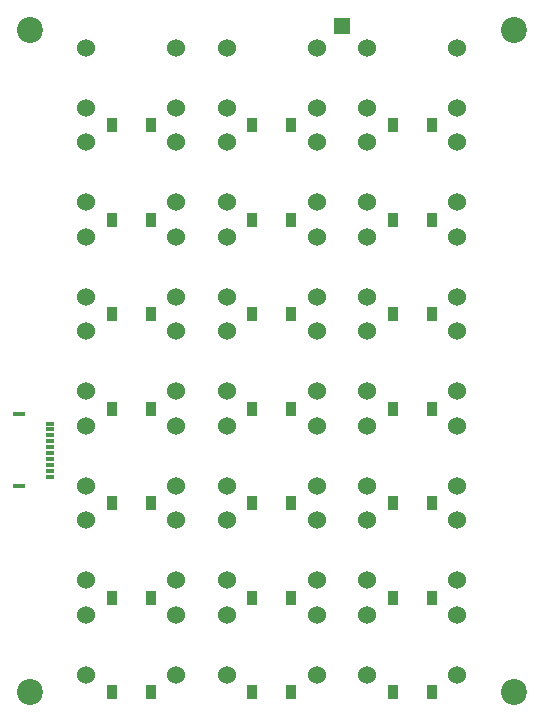
<source format=gbr>
%TF.GenerationSoftware,KiCad,Pcbnew,(6.0.4)*%
%TF.CreationDate,2022-10-14T21:25:15-05:00*%
%TF.ProjectId,KeyPad,4b657950-6164-42e6-9b69-6361645f7063,rev?*%
%TF.SameCoordinates,Original*%
%TF.FileFunction,Soldermask,Bot*%
%TF.FilePolarity,Negative*%
%FSLAX46Y46*%
G04 Gerber Fmt 4.6, Leading zero omitted, Abs format (unit mm)*
G04 Created by KiCad (PCBNEW (6.0.4)) date 2022-10-14 21:25:15*
%MOMM*%
%LPD*%
G01*
G04 APERTURE LIST*
%ADD10C,2.200000*%
%ADD11R,1.350000X1.350000*%
%ADD12C,1.524000*%
%ADD13R,0.900000X1.200000*%
%ADD14R,0.700000X0.300000*%
%ADD15R,1.000000X0.300000*%
G04 APERTURE END LIST*
D10*
%TO.C,REF\u002A\u002A*%
X134200000Y-123980000D03*
%TD*%
%TO.C,REF\u002A\u002A*%
X175200000Y-123980000D03*
%TD*%
%TO.C,REF\u002A\u002A*%
X175200000Y-67980000D03*
%TD*%
%TO.C,REF\u002A\u002A*%
X134200000Y-67980000D03*
%TD*%
D11*
%TO.C,REF\u002A\u002A*%
X160640000Y-67600000D03*
%TD*%
D12*
%TO.C,SW10*%
X150890000Y-90540000D03*
X158510000Y-90540000D03*
X158510000Y-85460000D03*
X150890000Y-85460000D03*
%TD*%
%TO.C,SW2*%
X146610000Y-82540000D03*
X138990000Y-82540000D03*
X146610000Y-77460000D03*
X138990000Y-77460000D03*
%TD*%
%TO.C,SW8*%
X158510000Y-74540000D03*
X150890000Y-74540000D03*
X158510000Y-69460000D03*
X150890000Y-69460000D03*
%TD*%
%TO.C,SW4*%
X138990000Y-98540000D03*
X146610000Y-98540000D03*
X138990000Y-93460000D03*
X146610000Y-93460000D03*
%TD*%
%TO.C,SW5*%
X146610000Y-106540000D03*
X138990000Y-106540000D03*
X138990000Y-101460000D03*
X146610000Y-101460000D03*
%TD*%
%TO.C,SW1*%
X146610000Y-74540000D03*
X138990000Y-74540000D03*
X146610000Y-69460000D03*
X138990000Y-69460000D03*
%TD*%
%TO.C,SW13*%
X150890000Y-114540000D03*
X158510000Y-114540000D03*
X150890000Y-109460000D03*
X158510000Y-109460000D03*
%TD*%
%TO.C,SW20*%
X162790000Y-114540000D03*
X170410000Y-114540000D03*
X170410000Y-109460000D03*
X162790000Y-109460000D03*
%TD*%
%TO.C,SW18*%
X162790000Y-98540000D03*
X170410000Y-98540000D03*
X170410000Y-93460000D03*
X162790000Y-93460000D03*
%TD*%
%TO.C,SW15*%
X170410000Y-74540000D03*
X162790000Y-74540000D03*
X162790000Y-69460000D03*
X170410000Y-69460000D03*
%TD*%
%TO.C,SW12*%
X158510000Y-106540000D03*
X150890000Y-106540000D03*
X150890000Y-101460000D03*
X158510000Y-101460000D03*
%TD*%
%TO.C,SW11*%
X158510000Y-98540000D03*
X150890000Y-98540000D03*
X158510000Y-93460000D03*
X150890000Y-93460000D03*
%TD*%
%TO.C,SW19*%
X170410000Y-106540000D03*
X162790000Y-106540000D03*
X162790000Y-101460000D03*
X170410000Y-101460000D03*
%TD*%
%TO.C,SW6*%
X138990000Y-114540000D03*
X146610000Y-114540000D03*
X146610000Y-109460000D03*
X138990000Y-109460000D03*
%TD*%
%TO.C,SW3*%
X146610000Y-90540000D03*
X138990000Y-90540000D03*
X138990000Y-85460000D03*
X146610000Y-85460000D03*
%TD*%
%TO.C,SW9*%
X150890000Y-82540000D03*
X158510000Y-82540000D03*
X150890000Y-77460000D03*
X158510000Y-77460000D03*
%TD*%
%TO.C,SW16*%
X162790000Y-82540000D03*
X170410000Y-82540000D03*
X170410000Y-77460000D03*
X162790000Y-77460000D03*
%TD*%
%TO.C,SW14*%
X150890000Y-122540000D03*
X158510000Y-122540000D03*
X158510000Y-117460000D03*
X150890000Y-117460000D03*
%TD*%
%TO.C,SW21*%
X170410000Y-122540000D03*
X162790000Y-122540000D03*
X162790000Y-117460000D03*
X170410000Y-117460000D03*
%TD*%
%TO.C,SW7*%
X146610000Y-122540000D03*
X138990000Y-122540000D03*
X138990000Y-117460000D03*
X146610000Y-117460000D03*
%TD*%
%TO.C,SW17*%
X170410000Y-90540000D03*
X162790000Y-90540000D03*
X162790000Y-85460000D03*
X170410000Y-85460000D03*
%TD*%
D13*
%TO.C,D14*%
X153050000Y-124000000D03*
X156350000Y-124000000D03*
%TD*%
%TO.C,D5*%
X141150000Y-108000000D03*
X144450000Y-108000000D03*
%TD*%
%TO.C,D9*%
X153050000Y-84000000D03*
X156350000Y-84000000D03*
%TD*%
%TO.C,D3*%
X141150000Y-92000000D03*
X144450000Y-92000000D03*
%TD*%
%TO.C,D10*%
X153050000Y-92000000D03*
X156350000Y-92000000D03*
%TD*%
%TO.C,D12*%
X153050000Y-108000000D03*
X156350000Y-108000000D03*
%TD*%
%TO.C,D17*%
X164950000Y-92000000D03*
X168250000Y-92000000D03*
%TD*%
%TO.C,D19*%
X164950000Y-108000000D03*
X168250000Y-108000000D03*
%TD*%
%TO.C,D13*%
X153050000Y-116000000D03*
X156350000Y-116000000D03*
%TD*%
%TO.C,D21*%
X164950000Y-124000000D03*
X168250000Y-124000000D03*
%TD*%
%TO.C,D6*%
X141150000Y-116000000D03*
X144450000Y-116000000D03*
%TD*%
%TO.C,D18*%
X164950000Y-100000000D03*
X168250000Y-100000000D03*
%TD*%
%TO.C,D1*%
X141140000Y-75990000D03*
X144440000Y-75990000D03*
%TD*%
%TO.C,D11*%
X153050000Y-100000000D03*
X156350000Y-100000000D03*
%TD*%
%TO.C,D4*%
X141150000Y-100000000D03*
X144450000Y-100000000D03*
%TD*%
%TO.C,D7*%
X141150000Y-124000000D03*
X144450000Y-124000000D03*
%TD*%
%TO.C,D16*%
X164950000Y-84000000D03*
X168250000Y-84000000D03*
%TD*%
%TO.C,D8*%
X153040000Y-76000000D03*
X156340000Y-76000000D03*
%TD*%
%TO.C,D20*%
X164940000Y-116000000D03*
X168240000Y-116000000D03*
%TD*%
%TO.C,D2*%
X141150000Y-84000000D03*
X144450000Y-84000000D03*
%TD*%
D14*
%TO.C,J1*%
X135920000Y-105770000D03*
X135920000Y-105270000D03*
X135920000Y-104770000D03*
X135920000Y-104270000D03*
X135920000Y-103770000D03*
X135920000Y-103270000D03*
X135920000Y-102770000D03*
X135920000Y-102270000D03*
X135920000Y-101770000D03*
X135920000Y-101270000D03*
D15*
X133270000Y-106560000D03*
X133270000Y-100480000D03*
%TD*%
D13*
%TO.C,D15*%
X164940000Y-76000000D03*
X168240000Y-76000000D03*
%TD*%
M02*

</source>
